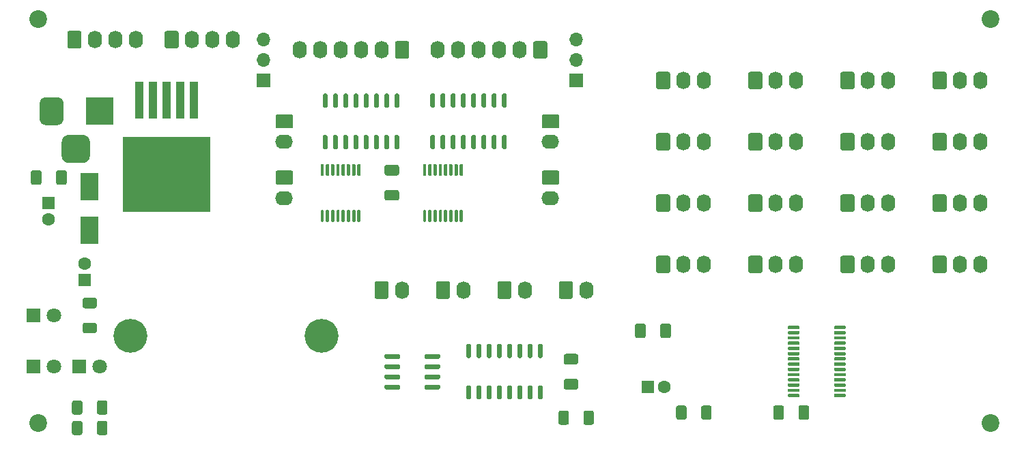
<source format=gbr>
%TF.GenerationSoftware,KiCad,Pcbnew,5.1.9+dfsg1-1*%
%TF.CreationDate,2021-10-02T14:14:08+02:00*%
%TF.ProjectId,accessory_board,61636365-7373-46f7-9279-5f626f617264,rev?*%
%TF.SameCoordinates,Original*%
%TF.FileFunction,Soldermask,Top*%
%TF.FilePolarity,Negative*%
%FSLAX46Y46*%
G04 Gerber Fmt 4.6, Leading zero omitted, Abs format (unit mm)*
G04 Created by KiCad (PCBNEW 5.1.9+dfsg1-1) date 2021-10-02 14:14:08*
%MOMM*%
%LPD*%
G01*
G04 APERTURE LIST*
%ADD10C,2.200000*%
%ADD11C,1.600000*%
%ADD12R,1.600000X1.600000*%
%ADD13C,1.800000*%
%ADD14R,1.800000X1.800000*%
%ADD15R,2.300000X3.500000*%
%ADD16R,3.500000X3.500000*%
%ADD17O,1.740000X2.190000*%
%ADD18O,2.190000X1.740000*%
%ADD19O,1.700000X1.700000*%
%ADD20R,1.700000X1.700000*%
%ADD21R,1.100000X4.600000*%
%ADD22R,10.800000X9.400000*%
%ADD23C,4.200000*%
G04 APERTURE END LIST*
D10*
%TO.C,REF\u002A\u002A*%
X156845000Y-14605000D03*
%TD*%
%TO.C,REF\u002A\u002A*%
X156845000Y-64770000D03*
%TD*%
%TO.C,REF\u002A\u002A*%
X274955000Y-64770000D03*
%TD*%
%TO.C,REF\u002A\u002A*%
X274955000Y-14605000D03*
%TD*%
%TO.C,C1*%
G36*
G01*
X200009999Y-32700000D02*
X201310001Y-32700000D01*
G75*
G02*
X201560000Y-32949999I0J-249999D01*
G01*
X201560000Y-33775001D01*
G75*
G02*
X201310001Y-34025000I-249999J0D01*
G01*
X200009999Y-34025000D01*
G75*
G02*
X199760000Y-33775001I0J249999D01*
G01*
X199760000Y-32949999D01*
G75*
G02*
X200009999Y-32700000I249999J0D01*
G01*
G37*
G36*
G01*
X200009999Y-35825000D02*
X201310001Y-35825000D01*
G75*
G02*
X201560000Y-36074999I0J-249999D01*
G01*
X201560000Y-36900001D01*
G75*
G02*
X201310001Y-37150000I-249999J0D01*
G01*
X200009999Y-37150000D01*
G75*
G02*
X199760000Y-36900001I0J249999D01*
G01*
X199760000Y-36074999D01*
G75*
G02*
X200009999Y-35825000I249999J0D01*
G01*
G37*
%TD*%
D11*
%TO.C,C2*%
X158115000Y-39465000D03*
D12*
X158115000Y-37465000D03*
%TD*%
%TO.C,C3*%
G36*
G01*
X159015000Y-34940001D02*
X159015000Y-33639999D01*
G75*
G02*
X159264999Y-33390000I249999J0D01*
G01*
X160090001Y-33390000D01*
G75*
G02*
X160340000Y-33639999I0J-249999D01*
G01*
X160340000Y-34940001D01*
G75*
G02*
X160090001Y-35190000I-249999J0D01*
G01*
X159264999Y-35190000D01*
G75*
G02*
X159015000Y-34940001I0J249999D01*
G01*
G37*
G36*
G01*
X155890000Y-34940001D02*
X155890000Y-33639999D01*
G75*
G02*
X156139999Y-33390000I249999J0D01*
G01*
X156965001Y-33390000D01*
G75*
G02*
X157215000Y-33639999I0J-249999D01*
G01*
X157215000Y-34940001D01*
G75*
G02*
X156965001Y-35190000I-249999J0D01*
G01*
X156139999Y-35190000D01*
G75*
G02*
X155890000Y-34940001I0J249999D01*
G01*
G37*
%TD*%
%TO.C,C4*%
X232410000Y-60325000D03*
D11*
X234410000Y-60325000D03*
%TD*%
%TO.C,C5*%
X162560000Y-44990000D03*
D12*
X162560000Y-46990000D03*
%TD*%
%TO.C,C6*%
G36*
G01*
X230820000Y-53990001D02*
X230820000Y-52689999D01*
G75*
G02*
X231069999Y-52440000I249999J0D01*
G01*
X231895001Y-52440000D01*
G75*
G02*
X232145000Y-52689999I0J-249999D01*
G01*
X232145000Y-53990001D01*
G75*
G02*
X231895001Y-54240000I-249999J0D01*
G01*
X231069999Y-54240000D01*
G75*
G02*
X230820000Y-53990001I0J249999D01*
G01*
G37*
G36*
G01*
X233945000Y-53990001D02*
X233945000Y-52689999D01*
G75*
G02*
X234194999Y-52440000I249999J0D01*
G01*
X235020001Y-52440000D01*
G75*
G02*
X235270000Y-52689999I0J-249999D01*
G01*
X235270000Y-53990001D01*
G75*
G02*
X235020001Y-54240000I-249999J0D01*
G01*
X234194999Y-54240000D01*
G75*
G02*
X233945000Y-53990001I0J249999D01*
G01*
G37*
%TD*%
%TO.C,C7*%
G36*
G01*
X252415000Y-62849999D02*
X252415000Y-64150001D01*
G75*
G02*
X252165001Y-64400000I-249999J0D01*
G01*
X251339999Y-64400000D01*
G75*
G02*
X251090000Y-64150001I0J249999D01*
G01*
X251090000Y-62849999D01*
G75*
G02*
X251339999Y-62600000I249999J0D01*
G01*
X252165001Y-62600000D01*
G75*
G02*
X252415000Y-62849999I0J-249999D01*
G01*
G37*
G36*
G01*
X249290000Y-62849999D02*
X249290000Y-64150001D01*
G75*
G02*
X249040001Y-64400000I-249999J0D01*
G01*
X248214999Y-64400000D01*
G75*
G02*
X247965000Y-64150001I0J249999D01*
G01*
X247965000Y-62849999D01*
G75*
G02*
X248214999Y-62600000I249999J0D01*
G01*
X249040001Y-62600000D01*
G75*
G02*
X249290000Y-62849999I0J-249999D01*
G01*
G37*
%TD*%
%TO.C,C8*%
G36*
G01*
X223535001Y-57520000D02*
X222234999Y-57520000D01*
G75*
G02*
X221985000Y-57270001I0J249999D01*
G01*
X221985000Y-56444999D01*
G75*
G02*
X222234999Y-56195000I249999J0D01*
G01*
X223535001Y-56195000D01*
G75*
G02*
X223785000Y-56444999I0J-249999D01*
G01*
X223785000Y-57270001D01*
G75*
G02*
X223535001Y-57520000I-249999J0D01*
G01*
G37*
G36*
G01*
X223535001Y-60645000D02*
X222234999Y-60645000D01*
G75*
G02*
X221985000Y-60395001I0J249999D01*
G01*
X221985000Y-59569999D01*
G75*
G02*
X222234999Y-59320000I249999J0D01*
G01*
X223535001Y-59320000D01*
G75*
G02*
X223785000Y-59569999I0J-249999D01*
G01*
X223785000Y-60395001D01*
G75*
G02*
X223535001Y-60645000I-249999J0D01*
G01*
G37*
%TD*%
D13*
%TO.C,D1*%
X158750000Y-57785000D03*
D14*
X156210000Y-57785000D03*
%TD*%
D15*
%TO.C,D2*%
X163195000Y-40800000D03*
X163195000Y-35400000D03*
%TD*%
D14*
%TO.C,D3*%
X156210000Y-51435000D03*
D13*
X158750000Y-51435000D03*
%TD*%
D16*
%TO.C,J1*%
X164465000Y-26035000D03*
G36*
G01*
X156965000Y-27035000D02*
X156965000Y-25035000D01*
G75*
G02*
X157715000Y-24285000I750000J0D01*
G01*
X159215000Y-24285000D01*
G75*
G02*
X159965000Y-25035000I0J-750000D01*
G01*
X159965000Y-27035000D01*
G75*
G02*
X159215000Y-27785000I-750000J0D01*
G01*
X157715000Y-27785000D01*
G75*
G02*
X156965000Y-27035000I0J750000D01*
G01*
G37*
G36*
G01*
X159715000Y-31610000D02*
X159715000Y-29860000D01*
G75*
G02*
X160590000Y-28985000I875000J0D01*
G01*
X162340000Y-28985000D01*
G75*
G02*
X163215000Y-29860000I0J-875000D01*
G01*
X163215000Y-31610000D01*
G75*
G02*
X162340000Y-32485000I-875000J0D01*
G01*
X160590000Y-32485000D01*
G75*
G02*
X159715000Y-31610000I0J875000D01*
G01*
G37*
%TD*%
D17*
%TO.C,J2*%
X168910000Y-17145000D03*
X166370000Y-17145000D03*
X163830000Y-17145000D03*
G36*
G01*
X160420000Y-17990001D02*
X160420000Y-16299999D01*
G75*
G02*
X160669999Y-16050000I249999J0D01*
G01*
X161910001Y-16050000D01*
G75*
G02*
X162160000Y-16299999I0J-249999D01*
G01*
X162160000Y-17990001D01*
G75*
G02*
X161910001Y-18240000I-249999J0D01*
G01*
X160669999Y-18240000D01*
G75*
G02*
X160420000Y-17990001I0J249999D01*
G01*
G37*
%TD*%
%TO.C,J3*%
G36*
G01*
X172485000Y-17990001D02*
X172485000Y-16299999D01*
G75*
G02*
X172734999Y-16050000I249999J0D01*
G01*
X173975001Y-16050000D01*
G75*
G02*
X174225000Y-16299999I0J-249999D01*
G01*
X174225000Y-17990001D01*
G75*
G02*
X173975001Y-18240000I-249999J0D01*
G01*
X172734999Y-18240000D01*
G75*
G02*
X172485000Y-17990001I0J249999D01*
G01*
G37*
X175895000Y-17145000D03*
X178435000Y-17145000D03*
X180975000Y-17145000D03*
%TD*%
%TO.C,J4*%
X206375000Y-18415000D03*
X208915000Y-18415000D03*
X211455000Y-18415000D03*
X213995000Y-18415000D03*
X216535000Y-18415000D03*
G36*
G01*
X219945000Y-17569999D02*
X219945000Y-19260001D01*
G75*
G02*
X219695001Y-19510000I-249999J0D01*
G01*
X218454999Y-19510000D01*
G75*
G02*
X218205000Y-19260001I0J249999D01*
G01*
X218205000Y-17569999D01*
G75*
G02*
X218454999Y-17320000I249999J0D01*
G01*
X219695001Y-17320000D01*
G75*
G02*
X219945000Y-17569999I0J-249999D01*
G01*
G37*
%TD*%
%TO.C,J5*%
G36*
G01*
X202800000Y-17569999D02*
X202800000Y-19260001D01*
G75*
G02*
X202550001Y-19510000I-249999J0D01*
G01*
X201309999Y-19510000D01*
G75*
G02*
X201060000Y-19260001I0J249999D01*
G01*
X201060000Y-17569999D01*
G75*
G02*
X201309999Y-17320000I249999J0D01*
G01*
X202550001Y-17320000D01*
G75*
G02*
X202800000Y-17569999I0J-249999D01*
G01*
G37*
X199390000Y-18415000D03*
X196850000Y-18415000D03*
X194310000Y-18415000D03*
X191770000Y-18415000D03*
X189230000Y-18415000D03*
%TD*%
%TO.C,J6*%
G36*
G01*
X219499999Y-26435000D02*
X221190001Y-26435000D01*
G75*
G02*
X221440000Y-26684999I0J-249999D01*
G01*
X221440000Y-27925001D01*
G75*
G02*
X221190001Y-28175000I-249999J0D01*
G01*
X219499999Y-28175000D01*
G75*
G02*
X219250000Y-27925001I0J249999D01*
G01*
X219250000Y-26684999D01*
G75*
G02*
X219499999Y-26435000I249999J0D01*
G01*
G37*
D18*
X220345000Y-29845000D03*
%TD*%
%TO.C,J7*%
X220345000Y-36830000D03*
G36*
G01*
X219499999Y-33420000D02*
X221190001Y-33420000D01*
G75*
G02*
X221440000Y-33669999I0J-249999D01*
G01*
X221440000Y-34910001D01*
G75*
G02*
X221190001Y-35160000I-249999J0D01*
G01*
X219499999Y-35160000D01*
G75*
G02*
X219250000Y-34910001I0J249999D01*
G01*
X219250000Y-33669999D01*
G75*
G02*
X219499999Y-33420000I249999J0D01*
G01*
G37*
%TD*%
%TO.C,J8*%
X187325000Y-36830000D03*
G36*
G01*
X186479999Y-33420000D02*
X188170001Y-33420000D01*
G75*
G02*
X188420000Y-33669999I0J-249999D01*
G01*
X188420000Y-34910001D01*
G75*
G02*
X188170001Y-35160000I-249999J0D01*
G01*
X186479999Y-35160000D01*
G75*
G02*
X186230000Y-34910001I0J249999D01*
G01*
X186230000Y-33669999D01*
G75*
G02*
X186479999Y-33420000I249999J0D01*
G01*
G37*
%TD*%
%TO.C,J9*%
G36*
G01*
X186479999Y-26435000D02*
X188170001Y-26435000D01*
G75*
G02*
X188420000Y-26684999I0J-249999D01*
G01*
X188420000Y-27925001D01*
G75*
G02*
X188170001Y-28175000I-249999J0D01*
G01*
X186479999Y-28175000D01*
G75*
G02*
X186230000Y-27925001I0J249999D01*
G01*
X186230000Y-26684999D01*
G75*
G02*
X186479999Y-26435000I249999J0D01*
G01*
G37*
X187325000Y-29845000D03*
%TD*%
%TO.C,J10*%
G36*
G01*
X233445000Y-23070001D02*
X233445000Y-21379999D01*
G75*
G02*
X233694999Y-21130000I249999J0D01*
G01*
X234935001Y-21130000D01*
G75*
G02*
X235185000Y-21379999I0J-249999D01*
G01*
X235185000Y-23070001D01*
G75*
G02*
X234935001Y-23320000I-249999J0D01*
G01*
X233694999Y-23320000D01*
G75*
G02*
X233445000Y-23070001I0J249999D01*
G01*
G37*
D17*
X236855000Y-22225000D03*
X239395000Y-22225000D03*
%TD*%
%TO.C,J11*%
X239395000Y-29845000D03*
X236855000Y-29845000D03*
G36*
G01*
X233445000Y-30690001D02*
X233445000Y-28999999D01*
G75*
G02*
X233694999Y-28750000I249999J0D01*
G01*
X234935001Y-28750000D01*
G75*
G02*
X235185000Y-28999999I0J-249999D01*
G01*
X235185000Y-30690001D01*
G75*
G02*
X234935001Y-30940000I-249999J0D01*
G01*
X233694999Y-30940000D01*
G75*
G02*
X233445000Y-30690001I0J249999D01*
G01*
G37*
%TD*%
%TO.C,J12*%
G36*
G01*
X233445000Y-38310001D02*
X233445000Y-36619999D01*
G75*
G02*
X233694999Y-36370000I249999J0D01*
G01*
X234935001Y-36370000D01*
G75*
G02*
X235185000Y-36619999I0J-249999D01*
G01*
X235185000Y-38310001D01*
G75*
G02*
X234935001Y-38560000I-249999J0D01*
G01*
X233694999Y-38560000D01*
G75*
G02*
X233445000Y-38310001I0J249999D01*
G01*
G37*
X236855000Y-37465000D03*
X239395000Y-37465000D03*
%TD*%
%TO.C,J13*%
G36*
G01*
X233445000Y-45930001D02*
X233445000Y-44239999D01*
G75*
G02*
X233694999Y-43990000I249999J0D01*
G01*
X234935001Y-43990000D01*
G75*
G02*
X235185000Y-44239999I0J-249999D01*
G01*
X235185000Y-45930001D01*
G75*
G02*
X234935001Y-46180000I-249999J0D01*
G01*
X233694999Y-46180000D01*
G75*
G02*
X233445000Y-45930001I0J249999D01*
G01*
G37*
X236855000Y-45085000D03*
X239395000Y-45085000D03*
%TD*%
%TO.C,J14*%
X250825000Y-22225000D03*
X248285000Y-22225000D03*
G36*
G01*
X244875000Y-23070001D02*
X244875000Y-21379999D01*
G75*
G02*
X245124999Y-21130000I249999J0D01*
G01*
X246365001Y-21130000D01*
G75*
G02*
X246615000Y-21379999I0J-249999D01*
G01*
X246615000Y-23070001D01*
G75*
G02*
X246365001Y-23320000I-249999J0D01*
G01*
X245124999Y-23320000D01*
G75*
G02*
X244875000Y-23070001I0J249999D01*
G01*
G37*
%TD*%
%TO.C,J15*%
G36*
G01*
X244875000Y-30690001D02*
X244875000Y-28999999D01*
G75*
G02*
X245124999Y-28750000I249999J0D01*
G01*
X246365001Y-28750000D01*
G75*
G02*
X246615000Y-28999999I0J-249999D01*
G01*
X246615000Y-30690001D01*
G75*
G02*
X246365001Y-30940000I-249999J0D01*
G01*
X245124999Y-30940000D01*
G75*
G02*
X244875000Y-30690001I0J249999D01*
G01*
G37*
X248285000Y-29845000D03*
X250825000Y-29845000D03*
%TD*%
%TO.C,J16*%
X250825000Y-37465000D03*
X248285000Y-37465000D03*
G36*
G01*
X244875000Y-38310001D02*
X244875000Y-36619999D01*
G75*
G02*
X245124999Y-36370000I249999J0D01*
G01*
X246365001Y-36370000D01*
G75*
G02*
X246615000Y-36619999I0J-249999D01*
G01*
X246615000Y-38310001D01*
G75*
G02*
X246365001Y-38560000I-249999J0D01*
G01*
X245124999Y-38560000D01*
G75*
G02*
X244875000Y-38310001I0J249999D01*
G01*
G37*
%TD*%
%TO.C,J17*%
X250825000Y-45085000D03*
X248285000Y-45085000D03*
G36*
G01*
X244875000Y-45930001D02*
X244875000Y-44239999D01*
G75*
G02*
X245124999Y-43990000I249999J0D01*
G01*
X246365001Y-43990000D01*
G75*
G02*
X246615000Y-44239999I0J-249999D01*
G01*
X246615000Y-45930001D01*
G75*
G02*
X246365001Y-46180000I-249999J0D01*
G01*
X245124999Y-46180000D01*
G75*
G02*
X244875000Y-45930001I0J249999D01*
G01*
G37*
%TD*%
%TO.C,J18*%
X262255000Y-37465000D03*
X259715000Y-37465000D03*
G36*
G01*
X256305000Y-38310001D02*
X256305000Y-36619999D01*
G75*
G02*
X256554999Y-36370000I249999J0D01*
G01*
X257795001Y-36370000D01*
G75*
G02*
X258045000Y-36619999I0J-249999D01*
G01*
X258045000Y-38310001D01*
G75*
G02*
X257795001Y-38560000I-249999J0D01*
G01*
X256554999Y-38560000D01*
G75*
G02*
X256305000Y-38310001I0J249999D01*
G01*
G37*
%TD*%
%TO.C,J19*%
G36*
G01*
X256305000Y-45930001D02*
X256305000Y-44239999D01*
G75*
G02*
X256554999Y-43990000I249999J0D01*
G01*
X257795001Y-43990000D01*
G75*
G02*
X258045000Y-44239999I0J-249999D01*
G01*
X258045000Y-45930001D01*
G75*
G02*
X257795001Y-46180000I-249999J0D01*
G01*
X256554999Y-46180000D01*
G75*
G02*
X256305000Y-45930001I0J249999D01*
G01*
G37*
X259715000Y-45085000D03*
X262255000Y-45085000D03*
%TD*%
%TO.C,J20*%
G36*
G01*
X256305000Y-23070001D02*
X256305000Y-21379999D01*
G75*
G02*
X256554999Y-21130000I249999J0D01*
G01*
X257795001Y-21130000D01*
G75*
G02*
X258045000Y-21379999I0J-249999D01*
G01*
X258045000Y-23070001D01*
G75*
G02*
X257795001Y-23320000I-249999J0D01*
G01*
X256554999Y-23320000D01*
G75*
G02*
X256305000Y-23070001I0J249999D01*
G01*
G37*
X259715000Y-22225000D03*
X262255000Y-22225000D03*
%TD*%
%TO.C,J21*%
G36*
G01*
X256305000Y-30690001D02*
X256305000Y-28999999D01*
G75*
G02*
X256554999Y-28750000I249999J0D01*
G01*
X257795001Y-28750000D01*
G75*
G02*
X258045000Y-28999999I0J-249999D01*
G01*
X258045000Y-30690001D01*
G75*
G02*
X257795001Y-30940000I-249999J0D01*
G01*
X256554999Y-30940000D01*
G75*
G02*
X256305000Y-30690001I0J249999D01*
G01*
G37*
X259715000Y-29845000D03*
X262255000Y-29845000D03*
%TD*%
%TO.C,J22*%
G36*
G01*
X198520000Y-49105001D02*
X198520000Y-47414999D01*
G75*
G02*
X198769999Y-47165000I249999J0D01*
G01*
X200010001Y-47165000D01*
G75*
G02*
X200260000Y-47414999I0J-249999D01*
G01*
X200260000Y-49105001D01*
G75*
G02*
X200010001Y-49355000I-249999J0D01*
G01*
X198769999Y-49355000D01*
G75*
G02*
X198520000Y-49105001I0J249999D01*
G01*
G37*
X201930000Y-48260000D03*
%TD*%
%TO.C,J23*%
G36*
G01*
X206140000Y-49105001D02*
X206140000Y-47414999D01*
G75*
G02*
X206389999Y-47165000I249999J0D01*
G01*
X207630001Y-47165000D01*
G75*
G02*
X207880000Y-47414999I0J-249999D01*
G01*
X207880000Y-49105001D01*
G75*
G02*
X207630001Y-49355000I-249999J0D01*
G01*
X206389999Y-49355000D01*
G75*
G02*
X206140000Y-49105001I0J249999D01*
G01*
G37*
X209550000Y-48260000D03*
%TD*%
%TO.C,J24*%
X217170000Y-48260000D03*
G36*
G01*
X213760000Y-49105001D02*
X213760000Y-47414999D01*
G75*
G02*
X214009999Y-47165000I249999J0D01*
G01*
X215250001Y-47165000D01*
G75*
G02*
X215500000Y-47414999I0J-249999D01*
G01*
X215500000Y-49105001D01*
G75*
G02*
X215250001Y-49355000I-249999J0D01*
G01*
X214009999Y-49355000D01*
G75*
G02*
X213760000Y-49105001I0J249999D01*
G01*
G37*
%TD*%
%TO.C,J25*%
X224790000Y-48260000D03*
G36*
G01*
X221380000Y-49105001D02*
X221380000Y-47414999D01*
G75*
G02*
X221629999Y-47165000I249999J0D01*
G01*
X222870001Y-47165000D01*
G75*
G02*
X223120000Y-47414999I0J-249999D01*
G01*
X223120000Y-49105001D01*
G75*
G02*
X222870001Y-49355000I-249999J0D01*
G01*
X221629999Y-49355000D01*
G75*
G02*
X221380000Y-49105001I0J249999D01*
G01*
G37*
%TD*%
%TO.C,J26*%
X273685000Y-37465000D03*
X271145000Y-37465000D03*
G36*
G01*
X267735000Y-38310001D02*
X267735000Y-36619999D01*
G75*
G02*
X267984999Y-36370000I249999J0D01*
G01*
X269225001Y-36370000D01*
G75*
G02*
X269475000Y-36619999I0J-249999D01*
G01*
X269475000Y-38310001D01*
G75*
G02*
X269225001Y-38560000I-249999J0D01*
G01*
X267984999Y-38560000D01*
G75*
G02*
X267735000Y-38310001I0J249999D01*
G01*
G37*
%TD*%
%TO.C,J27*%
X273685000Y-45085000D03*
X271145000Y-45085000D03*
G36*
G01*
X267735000Y-45930001D02*
X267735000Y-44239999D01*
G75*
G02*
X267984999Y-43990000I249999J0D01*
G01*
X269225001Y-43990000D01*
G75*
G02*
X269475000Y-44239999I0J-249999D01*
G01*
X269475000Y-45930001D01*
G75*
G02*
X269225001Y-46180000I-249999J0D01*
G01*
X267984999Y-46180000D01*
G75*
G02*
X267735000Y-45930001I0J249999D01*
G01*
G37*
%TD*%
%TO.C,J28*%
X273685000Y-22225000D03*
X271145000Y-22225000D03*
G36*
G01*
X267735000Y-23070001D02*
X267735000Y-21379999D01*
G75*
G02*
X267984999Y-21130000I249999J0D01*
G01*
X269225001Y-21130000D01*
G75*
G02*
X269475000Y-21379999I0J-249999D01*
G01*
X269475000Y-23070001D01*
G75*
G02*
X269225001Y-23320000I-249999J0D01*
G01*
X267984999Y-23320000D01*
G75*
G02*
X267735000Y-23070001I0J249999D01*
G01*
G37*
%TD*%
%TO.C,J29*%
G36*
G01*
X267735000Y-30690001D02*
X267735000Y-28999999D01*
G75*
G02*
X267984999Y-28750000I249999J0D01*
G01*
X269225001Y-28750000D01*
G75*
G02*
X269475000Y-28999999I0J-249999D01*
G01*
X269475000Y-30690001D01*
G75*
G02*
X269225001Y-30940000I-249999J0D01*
G01*
X267984999Y-30940000D01*
G75*
G02*
X267735000Y-30690001I0J249999D01*
G01*
G37*
X271145000Y-29845000D03*
X273685000Y-29845000D03*
%TD*%
D19*
%TO.C,JP1*%
X223520000Y-17145000D03*
X223520000Y-19685000D03*
D20*
X223520000Y-22225000D03*
%TD*%
%TO.C,JP2*%
X184785000Y-22225000D03*
D19*
X184785000Y-19685000D03*
X184785000Y-17145000D03*
%TD*%
%TO.C,R1*%
G36*
G01*
X165395000Y-62240000D02*
X165395000Y-63490000D01*
G75*
G02*
X165145000Y-63740000I-250000J0D01*
G01*
X164345000Y-63740000D01*
G75*
G02*
X164095000Y-63490000I0J250000D01*
G01*
X164095000Y-62240000D01*
G75*
G02*
X164345000Y-61990000I250000J0D01*
G01*
X165145000Y-61990000D01*
G75*
G02*
X165395000Y-62240000I0J-250000D01*
G01*
G37*
G36*
G01*
X162295000Y-62240000D02*
X162295000Y-63490000D01*
G75*
G02*
X162045000Y-63740000I-250000J0D01*
G01*
X161245000Y-63740000D01*
G75*
G02*
X160995000Y-63490000I0J250000D01*
G01*
X160995000Y-62240000D01*
G75*
G02*
X161245000Y-61990000I250000J0D01*
G01*
X162045000Y-61990000D01*
G75*
G02*
X162295000Y-62240000I0J-250000D01*
G01*
G37*
%TD*%
%TO.C,R2*%
G36*
G01*
X162570000Y-52335000D02*
X163820000Y-52335000D01*
G75*
G02*
X164070000Y-52585000I0J-250000D01*
G01*
X164070000Y-53385000D01*
G75*
G02*
X163820000Y-53635000I-250000J0D01*
G01*
X162570000Y-53635000D01*
G75*
G02*
X162320000Y-53385000I0J250000D01*
G01*
X162320000Y-52585000D01*
G75*
G02*
X162570000Y-52335000I250000J0D01*
G01*
G37*
G36*
G01*
X162570000Y-49235000D02*
X163820000Y-49235000D01*
G75*
G02*
X164070000Y-49485000I0J-250000D01*
G01*
X164070000Y-50285000D01*
G75*
G02*
X163820000Y-50535000I-250000J0D01*
G01*
X162570000Y-50535000D01*
G75*
G02*
X162320000Y-50285000I0J250000D01*
G01*
X162320000Y-49485000D01*
G75*
G02*
X162570000Y-49235000I250000J0D01*
G01*
G37*
%TD*%
%TO.C,U1*%
G36*
G01*
X204835000Y-34070000D02*
X204635000Y-34070000D01*
G75*
G02*
X204535000Y-33970000I0J100000D01*
G01*
X204535000Y-32695000D01*
G75*
G02*
X204635000Y-32595000I100000J0D01*
G01*
X204835000Y-32595000D01*
G75*
G02*
X204935000Y-32695000I0J-100000D01*
G01*
X204935000Y-33970000D01*
G75*
G02*
X204835000Y-34070000I-100000J0D01*
G01*
G37*
G36*
G01*
X205485000Y-34070000D02*
X205285000Y-34070000D01*
G75*
G02*
X205185000Y-33970000I0J100000D01*
G01*
X205185000Y-32695000D01*
G75*
G02*
X205285000Y-32595000I100000J0D01*
G01*
X205485000Y-32595000D01*
G75*
G02*
X205585000Y-32695000I0J-100000D01*
G01*
X205585000Y-33970000D01*
G75*
G02*
X205485000Y-34070000I-100000J0D01*
G01*
G37*
G36*
G01*
X206135000Y-34070000D02*
X205935000Y-34070000D01*
G75*
G02*
X205835000Y-33970000I0J100000D01*
G01*
X205835000Y-32695000D01*
G75*
G02*
X205935000Y-32595000I100000J0D01*
G01*
X206135000Y-32595000D01*
G75*
G02*
X206235000Y-32695000I0J-100000D01*
G01*
X206235000Y-33970000D01*
G75*
G02*
X206135000Y-34070000I-100000J0D01*
G01*
G37*
G36*
G01*
X206785000Y-34070000D02*
X206585000Y-34070000D01*
G75*
G02*
X206485000Y-33970000I0J100000D01*
G01*
X206485000Y-32695000D01*
G75*
G02*
X206585000Y-32595000I100000J0D01*
G01*
X206785000Y-32595000D01*
G75*
G02*
X206885000Y-32695000I0J-100000D01*
G01*
X206885000Y-33970000D01*
G75*
G02*
X206785000Y-34070000I-100000J0D01*
G01*
G37*
G36*
G01*
X207435000Y-34070000D02*
X207235000Y-34070000D01*
G75*
G02*
X207135000Y-33970000I0J100000D01*
G01*
X207135000Y-32695000D01*
G75*
G02*
X207235000Y-32595000I100000J0D01*
G01*
X207435000Y-32595000D01*
G75*
G02*
X207535000Y-32695000I0J-100000D01*
G01*
X207535000Y-33970000D01*
G75*
G02*
X207435000Y-34070000I-100000J0D01*
G01*
G37*
G36*
G01*
X208085000Y-34070000D02*
X207885000Y-34070000D01*
G75*
G02*
X207785000Y-33970000I0J100000D01*
G01*
X207785000Y-32695000D01*
G75*
G02*
X207885000Y-32595000I100000J0D01*
G01*
X208085000Y-32595000D01*
G75*
G02*
X208185000Y-32695000I0J-100000D01*
G01*
X208185000Y-33970000D01*
G75*
G02*
X208085000Y-34070000I-100000J0D01*
G01*
G37*
G36*
G01*
X208735000Y-34070000D02*
X208535000Y-34070000D01*
G75*
G02*
X208435000Y-33970000I0J100000D01*
G01*
X208435000Y-32695000D01*
G75*
G02*
X208535000Y-32595000I100000J0D01*
G01*
X208735000Y-32595000D01*
G75*
G02*
X208835000Y-32695000I0J-100000D01*
G01*
X208835000Y-33970000D01*
G75*
G02*
X208735000Y-34070000I-100000J0D01*
G01*
G37*
G36*
G01*
X209385000Y-34070000D02*
X209185000Y-34070000D01*
G75*
G02*
X209085000Y-33970000I0J100000D01*
G01*
X209085000Y-32695000D01*
G75*
G02*
X209185000Y-32595000I100000J0D01*
G01*
X209385000Y-32595000D01*
G75*
G02*
X209485000Y-32695000I0J-100000D01*
G01*
X209485000Y-33970000D01*
G75*
G02*
X209385000Y-34070000I-100000J0D01*
G01*
G37*
G36*
G01*
X209385000Y-39795000D02*
X209185000Y-39795000D01*
G75*
G02*
X209085000Y-39695000I0J100000D01*
G01*
X209085000Y-38420000D01*
G75*
G02*
X209185000Y-38320000I100000J0D01*
G01*
X209385000Y-38320000D01*
G75*
G02*
X209485000Y-38420000I0J-100000D01*
G01*
X209485000Y-39695000D01*
G75*
G02*
X209385000Y-39795000I-100000J0D01*
G01*
G37*
G36*
G01*
X208735000Y-39795000D02*
X208535000Y-39795000D01*
G75*
G02*
X208435000Y-39695000I0J100000D01*
G01*
X208435000Y-38420000D01*
G75*
G02*
X208535000Y-38320000I100000J0D01*
G01*
X208735000Y-38320000D01*
G75*
G02*
X208835000Y-38420000I0J-100000D01*
G01*
X208835000Y-39695000D01*
G75*
G02*
X208735000Y-39795000I-100000J0D01*
G01*
G37*
G36*
G01*
X208085000Y-39795000D02*
X207885000Y-39795000D01*
G75*
G02*
X207785000Y-39695000I0J100000D01*
G01*
X207785000Y-38420000D01*
G75*
G02*
X207885000Y-38320000I100000J0D01*
G01*
X208085000Y-38320000D01*
G75*
G02*
X208185000Y-38420000I0J-100000D01*
G01*
X208185000Y-39695000D01*
G75*
G02*
X208085000Y-39795000I-100000J0D01*
G01*
G37*
G36*
G01*
X207435000Y-39795000D02*
X207235000Y-39795000D01*
G75*
G02*
X207135000Y-39695000I0J100000D01*
G01*
X207135000Y-38420000D01*
G75*
G02*
X207235000Y-38320000I100000J0D01*
G01*
X207435000Y-38320000D01*
G75*
G02*
X207535000Y-38420000I0J-100000D01*
G01*
X207535000Y-39695000D01*
G75*
G02*
X207435000Y-39795000I-100000J0D01*
G01*
G37*
G36*
G01*
X206785000Y-39795000D02*
X206585000Y-39795000D01*
G75*
G02*
X206485000Y-39695000I0J100000D01*
G01*
X206485000Y-38420000D01*
G75*
G02*
X206585000Y-38320000I100000J0D01*
G01*
X206785000Y-38320000D01*
G75*
G02*
X206885000Y-38420000I0J-100000D01*
G01*
X206885000Y-39695000D01*
G75*
G02*
X206785000Y-39795000I-100000J0D01*
G01*
G37*
G36*
G01*
X206135000Y-39795000D02*
X205935000Y-39795000D01*
G75*
G02*
X205835000Y-39695000I0J100000D01*
G01*
X205835000Y-38420000D01*
G75*
G02*
X205935000Y-38320000I100000J0D01*
G01*
X206135000Y-38320000D01*
G75*
G02*
X206235000Y-38420000I0J-100000D01*
G01*
X206235000Y-39695000D01*
G75*
G02*
X206135000Y-39795000I-100000J0D01*
G01*
G37*
G36*
G01*
X205485000Y-39795000D02*
X205285000Y-39795000D01*
G75*
G02*
X205185000Y-39695000I0J100000D01*
G01*
X205185000Y-38420000D01*
G75*
G02*
X205285000Y-38320000I100000J0D01*
G01*
X205485000Y-38320000D01*
G75*
G02*
X205585000Y-38420000I0J-100000D01*
G01*
X205585000Y-39695000D01*
G75*
G02*
X205485000Y-39795000I-100000J0D01*
G01*
G37*
G36*
G01*
X204835000Y-39795000D02*
X204635000Y-39795000D01*
G75*
G02*
X204535000Y-39695000I0J100000D01*
G01*
X204535000Y-38420000D01*
G75*
G02*
X204635000Y-38320000I100000J0D01*
G01*
X204835000Y-38320000D01*
G75*
G02*
X204935000Y-38420000I0J-100000D01*
G01*
X204935000Y-39695000D01*
G75*
G02*
X204835000Y-39795000I-100000J0D01*
G01*
G37*
%TD*%
%TO.C,U2*%
G36*
G01*
X192135000Y-39795000D02*
X191935000Y-39795000D01*
G75*
G02*
X191835000Y-39695000I0J100000D01*
G01*
X191835000Y-38420000D01*
G75*
G02*
X191935000Y-38320000I100000J0D01*
G01*
X192135000Y-38320000D01*
G75*
G02*
X192235000Y-38420000I0J-100000D01*
G01*
X192235000Y-39695000D01*
G75*
G02*
X192135000Y-39795000I-100000J0D01*
G01*
G37*
G36*
G01*
X192785000Y-39795000D02*
X192585000Y-39795000D01*
G75*
G02*
X192485000Y-39695000I0J100000D01*
G01*
X192485000Y-38420000D01*
G75*
G02*
X192585000Y-38320000I100000J0D01*
G01*
X192785000Y-38320000D01*
G75*
G02*
X192885000Y-38420000I0J-100000D01*
G01*
X192885000Y-39695000D01*
G75*
G02*
X192785000Y-39795000I-100000J0D01*
G01*
G37*
G36*
G01*
X193435000Y-39795000D02*
X193235000Y-39795000D01*
G75*
G02*
X193135000Y-39695000I0J100000D01*
G01*
X193135000Y-38420000D01*
G75*
G02*
X193235000Y-38320000I100000J0D01*
G01*
X193435000Y-38320000D01*
G75*
G02*
X193535000Y-38420000I0J-100000D01*
G01*
X193535000Y-39695000D01*
G75*
G02*
X193435000Y-39795000I-100000J0D01*
G01*
G37*
G36*
G01*
X194085000Y-39795000D02*
X193885000Y-39795000D01*
G75*
G02*
X193785000Y-39695000I0J100000D01*
G01*
X193785000Y-38420000D01*
G75*
G02*
X193885000Y-38320000I100000J0D01*
G01*
X194085000Y-38320000D01*
G75*
G02*
X194185000Y-38420000I0J-100000D01*
G01*
X194185000Y-39695000D01*
G75*
G02*
X194085000Y-39795000I-100000J0D01*
G01*
G37*
G36*
G01*
X194735000Y-39795000D02*
X194535000Y-39795000D01*
G75*
G02*
X194435000Y-39695000I0J100000D01*
G01*
X194435000Y-38420000D01*
G75*
G02*
X194535000Y-38320000I100000J0D01*
G01*
X194735000Y-38320000D01*
G75*
G02*
X194835000Y-38420000I0J-100000D01*
G01*
X194835000Y-39695000D01*
G75*
G02*
X194735000Y-39795000I-100000J0D01*
G01*
G37*
G36*
G01*
X195385000Y-39795000D02*
X195185000Y-39795000D01*
G75*
G02*
X195085000Y-39695000I0J100000D01*
G01*
X195085000Y-38420000D01*
G75*
G02*
X195185000Y-38320000I100000J0D01*
G01*
X195385000Y-38320000D01*
G75*
G02*
X195485000Y-38420000I0J-100000D01*
G01*
X195485000Y-39695000D01*
G75*
G02*
X195385000Y-39795000I-100000J0D01*
G01*
G37*
G36*
G01*
X196035000Y-39795000D02*
X195835000Y-39795000D01*
G75*
G02*
X195735000Y-39695000I0J100000D01*
G01*
X195735000Y-38420000D01*
G75*
G02*
X195835000Y-38320000I100000J0D01*
G01*
X196035000Y-38320000D01*
G75*
G02*
X196135000Y-38420000I0J-100000D01*
G01*
X196135000Y-39695000D01*
G75*
G02*
X196035000Y-39795000I-100000J0D01*
G01*
G37*
G36*
G01*
X196685000Y-39795000D02*
X196485000Y-39795000D01*
G75*
G02*
X196385000Y-39695000I0J100000D01*
G01*
X196385000Y-38420000D01*
G75*
G02*
X196485000Y-38320000I100000J0D01*
G01*
X196685000Y-38320000D01*
G75*
G02*
X196785000Y-38420000I0J-100000D01*
G01*
X196785000Y-39695000D01*
G75*
G02*
X196685000Y-39795000I-100000J0D01*
G01*
G37*
G36*
G01*
X196685000Y-34070000D02*
X196485000Y-34070000D01*
G75*
G02*
X196385000Y-33970000I0J100000D01*
G01*
X196385000Y-32695000D01*
G75*
G02*
X196485000Y-32595000I100000J0D01*
G01*
X196685000Y-32595000D01*
G75*
G02*
X196785000Y-32695000I0J-100000D01*
G01*
X196785000Y-33970000D01*
G75*
G02*
X196685000Y-34070000I-100000J0D01*
G01*
G37*
G36*
G01*
X196035000Y-34070000D02*
X195835000Y-34070000D01*
G75*
G02*
X195735000Y-33970000I0J100000D01*
G01*
X195735000Y-32695000D01*
G75*
G02*
X195835000Y-32595000I100000J0D01*
G01*
X196035000Y-32595000D01*
G75*
G02*
X196135000Y-32695000I0J-100000D01*
G01*
X196135000Y-33970000D01*
G75*
G02*
X196035000Y-34070000I-100000J0D01*
G01*
G37*
G36*
G01*
X195385000Y-34070000D02*
X195185000Y-34070000D01*
G75*
G02*
X195085000Y-33970000I0J100000D01*
G01*
X195085000Y-32695000D01*
G75*
G02*
X195185000Y-32595000I100000J0D01*
G01*
X195385000Y-32595000D01*
G75*
G02*
X195485000Y-32695000I0J-100000D01*
G01*
X195485000Y-33970000D01*
G75*
G02*
X195385000Y-34070000I-100000J0D01*
G01*
G37*
G36*
G01*
X194735000Y-34070000D02*
X194535000Y-34070000D01*
G75*
G02*
X194435000Y-33970000I0J100000D01*
G01*
X194435000Y-32695000D01*
G75*
G02*
X194535000Y-32595000I100000J0D01*
G01*
X194735000Y-32595000D01*
G75*
G02*
X194835000Y-32695000I0J-100000D01*
G01*
X194835000Y-33970000D01*
G75*
G02*
X194735000Y-34070000I-100000J0D01*
G01*
G37*
G36*
G01*
X194085000Y-34070000D02*
X193885000Y-34070000D01*
G75*
G02*
X193785000Y-33970000I0J100000D01*
G01*
X193785000Y-32695000D01*
G75*
G02*
X193885000Y-32595000I100000J0D01*
G01*
X194085000Y-32595000D01*
G75*
G02*
X194185000Y-32695000I0J-100000D01*
G01*
X194185000Y-33970000D01*
G75*
G02*
X194085000Y-34070000I-100000J0D01*
G01*
G37*
G36*
G01*
X193435000Y-34070000D02*
X193235000Y-34070000D01*
G75*
G02*
X193135000Y-33970000I0J100000D01*
G01*
X193135000Y-32695000D01*
G75*
G02*
X193235000Y-32595000I100000J0D01*
G01*
X193435000Y-32595000D01*
G75*
G02*
X193535000Y-32695000I0J-100000D01*
G01*
X193535000Y-33970000D01*
G75*
G02*
X193435000Y-34070000I-100000J0D01*
G01*
G37*
G36*
G01*
X192785000Y-34070000D02*
X192585000Y-34070000D01*
G75*
G02*
X192485000Y-33970000I0J100000D01*
G01*
X192485000Y-32695000D01*
G75*
G02*
X192585000Y-32595000I100000J0D01*
G01*
X192785000Y-32595000D01*
G75*
G02*
X192885000Y-32695000I0J-100000D01*
G01*
X192885000Y-33970000D01*
G75*
G02*
X192785000Y-34070000I-100000J0D01*
G01*
G37*
G36*
G01*
X192135000Y-34070000D02*
X191935000Y-34070000D01*
G75*
G02*
X191835000Y-33970000I0J100000D01*
G01*
X191835000Y-32695000D01*
G75*
G02*
X191935000Y-32595000I100000J0D01*
G01*
X192135000Y-32595000D01*
G75*
G02*
X192235000Y-32695000I0J-100000D01*
G01*
X192235000Y-33970000D01*
G75*
G02*
X192135000Y-34070000I-100000J0D01*
G01*
G37*
%TD*%
D21*
%TO.C,U3*%
X176120000Y-24705000D03*
X174420000Y-24705000D03*
X172720000Y-24705000D03*
X171020000Y-24705000D03*
X169320000Y-24705000D03*
D22*
X172720000Y-33855000D03*
%TD*%
%TO.C,U4*%
G36*
G01*
X205890000Y-30755000D02*
X205590000Y-30755000D01*
G75*
G02*
X205440000Y-30605000I0J150000D01*
G01*
X205440000Y-29155000D01*
G75*
G02*
X205590000Y-29005000I150000J0D01*
G01*
X205890000Y-29005000D01*
G75*
G02*
X206040000Y-29155000I0J-150000D01*
G01*
X206040000Y-30605000D01*
G75*
G02*
X205890000Y-30755000I-150000J0D01*
G01*
G37*
G36*
G01*
X207160000Y-30755000D02*
X206860000Y-30755000D01*
G75*
G02*
X206710000Y-30605000I0J150000D01*
G01*
X206710000Y-29155000D01*
G75*
G02*
X206860000Y-29005000I150000J0D01*
G01*
X207160000Y-29005000D01*
G75*
G02*
X207310000Y-29155000I0J-150000D01*
G01*
X207310000Y-30605000D01*
G75*
G02*
X207160000Y-30755000I-150000J0D01*
G01*
G37*
G36*
G01*
X208430000Y-30755000D02*
X208130000Y-30755000D01*
G75*
G02*
X207980000Y-30605000I0J150000D01*
G01*
X207980000Y-29155000D01*
G75*
G02*
X208130000Y-29005000I150000J0D01*
G01*
X208430000Y-29005000D01*
G75*
G02*
X208580000Y-29155000I0J-150000D01*
G01*
X208580000Y-30605000D01*
G75*
G02*
X208430000Y-30755000I-150000J0D01*
G01*
G37*
G36*
G01*
X209700000Y-30755000D02*
X209400000Y-30755000D01*
G75*
G02*
X209250000Y-30605000I0J150000D01*
G01*
X209250000Y-29155000D01*
G75*
G02*
X209400000Y-29005000I150000J0D01*
G01*
X209700000Y-29005000D01*
G75*
G02*
X209850000Y-29155000I0J-150000D01*
G01*
X209850000Y-30605000D01*
G75*
G02*
X209700000Y-30755000I-150000J0D01*
G01*
G37*
G36*
G01*
X210970000Y-30755000D02*
X210670000Y-30755000D01*
G75*
G02*
X210520000Y-30605000I0J150000D01*
G01*
X210520000Y-29155000D01*
G75*
G02*
X210670000Y-29005000I150000J0D01*
G01*
X210970000Y-29005000D01*
G75*
G02*
X211120000Y-29155000I0J-150000D01*
G01*
X211120000Y-30605000D01*
G75*
G02*
X210970000Y-30755000I-150000J0D01*
G01*
G37*
G36*
G01*
X212240000Y-30755000D02*
X211940000Y-30755000D01*
G75*
G02*
X211790000Y-30605000I0J150000D01*
G01*
X211790000Y-29155000D01*
G75*
G02*
X211940000Y-29005000I150000J0D01*
G01*
X212240000Y-29005000D01*
G75*
G02*
X212390000Y-29155000I0J-150000D01*
G01*
X212390000Y-30605000D01*
G75*
G02*
X212240000Y-30755000I-150000J0D01*
G01*
G37*
G36*
G01*
X213510000Y-30755000D02*
X213210000Y-30755000D01*
G75*
G02*
X213060000Y-30605000I0J150000D01*
G01*
X213060000Y-29155000D01*
G75*
G02*
X213210000Y-29005000I150000J0D01*
G01*
X213510000Y-29005000D01*
G75*
G02*
X213660000Y-29155000I0J-150000D01*
G01*
X213660000Y-30605000D01*
G75*
G02*
X213510000Y-30755000I-150000J0D01*
G01*
G37*
G36*
G01*
X214780000Y-30755000D02*
X214480000Y-30755000D01*
G75*
G02*
X214330000Y-30605000I0J150000D01*
G01*
X214330000Y-29155000D01*
G75*
G02*
X214480000Y-29005000I150000J0D01*
G01*
X214780000Y-29005000D01*
G75*
G02*
X214930000Y-29155000I0J-150000D01*
G01*
X214930000Y-30605000D01*
G75*
G02*
X214780000Y-30755000I-150000J0D01*
G01*
G37*
G36*
G01*
X214780000Y-25605000D02*
X214480000Y-25605000D01*
G75*
G02*
X214330000Y-25455000I0J150000D01*
G01*
X214330000Y-24005000D01*
G75*
G02*
X214480000Y-23855000I150000J0D01*
G01*
X214780000Y-23855000D01*
G75*
G02*
X214930000Y-24005000I0J-150000D01*
G01*
X214930000Y-25455000D01*
G75*
G02*
X214780000Y-25605000I-150000J0D01*
G01*
G37*
G36*
G01*
X213510000Y-25605000D02*
X213210000Y-25605000D01*
G75*
G02*
X213060000Y-25455000I0J150000D01*
G01*
X213060000Y-24005000D01*
G75*
G02*
X213210000Y-23855000I150000J0D01*
G01*
X213510000Y-23855000D01*
G75*
G02*
X213660000Y-24005000I0J-150000D01*
G01*
X213660000Y-25455000D01*
G75*
G02*
X213510000Y-25605000I-150000J0D01*
G01*
G37*
G36*
G01*
X212240000Y-25605000D02*
X211940000Y-25605000D01*
G75*
G02*
X211790000Y-25455000I0J150000D01*
G01*
X211790000Y-24005000D01*
G75*
G02*
X211940000Y-23855000I150000J0D01*
G01*
X212240000Y-23855000D01*
G75*
G02*
X212390000Y-24005000I0J-150000D01*
G01*
X212390000Y-25455000D01*
G75*
G02*
X212240000Y-25605000I-150000J0D01*
G01*
G37*
G36*
G01*
X210970000Y-25605000D02*
X210670000Y-25605000D01*
G75*
G02*
X210520000Y-25455000I0J150000D01*
G01*
X210520000Y-24005000D01*
G75*
G02*
X210670000Y-23855000I150000J0D01*
G01*
X210970000Y-23855000D01*
G75*
G02*
X211120000Y-24005000I0J-150000D01*
G01*
X211120000Y-25455000D01*
G75*
G02*
X210970000Y-25605000I-150000J0D01*
G01*
G37*
G36*
G01*
X209700000Y-25605000D02*
X209400000Y-25605000D01*
G75*
G02*
X209250000Y-25455000I0J150000D01*
G01*
X209250000Y-24005000D01*
G75*
G02*
X209400000Y-23855000I150000J0D01*
G01*
X209700000Y-23855000D01*
G75*
G02*
X209850000Y-24005000I0J-150000D01*
G01*
X209850000Y-25455000D01*
G75*
G02*
X209700000Y-25605000I-150000J0D01*
G01*
G37*
G36*
G01*
X208430000Y-25605000D02*
X208130000Y-25605000D01*
G75*
G02*
X207980000Y-25455000I0J150000D01*
G01*
X207980000Y-24005000D01*
G75*
G02*
X208130000Y-23855000I150000J0D01*
G01*
X208430000Y-23855000D01*
G75*
G02*
X208580000Y-24005000I0J-150000D01*
G01*
X208580000Y-25455000D01*
G75*
G02*
X208430000Y-25605000I-150000J0D01*
G01*
G37*
G36*
G01*
X207160000Y-25605000D02*
X206860000Y-25605000D01*
G75*
G02*
X206710000Y-25455000I0J150000D01*
G01*
X206710000Y-24005000D01*
G75*
G02*
X206860000Y-23855000I150000J0D01*
G01*
X207160000Y-23855000D01*
G75*
G02*
X207310000Y-24005000I0J-150000D01*
G01*
X207310000Y-25455000D01*
G75*
G02*
X207160000Y-25605000I-150000J0D01*
G01*
G37*
G36*
G01*
X205890000Y-25605000D02*
X205590000Y-25605000D01*
G75*
G02*
X205440000Y-25455000I0J150000D01*
G01*
X205440000Y-24005000D01*
G75*
G02*
X205590000Y-23855000I150000J0D01*
G01*
X205890000Y-23855000D01*
G75*
G02*
X206040000Y-24005000I0J-150000D01*
G01*
X206040000Y-25455000D01*
G75*
G02*
X205890000Y-25605000I-150000J0D01*
G01*
G37*
%TD*%
%TO.C,U5*%
G36*
G01*
X192555000Y-30755000D02*
X192255000Y-30755000D01*
G75*
G02*
X192105000Y-30605000I0J150000D01*
G01*
X192105000Y-29155000D01*
G75*
G02*
X192255000Y-29005000I150000J0D01*
G01*
X192555000Y-29005000D01*
G75*
G02*
X192705000Y-29155000I0J-150000D01*
G01*
X192705000Y-30605000D01*
G75*
G02*
X192555000Y-30755000I-150000J0D01*
G01*
G37*
G36*
G01*
X193825000Y-30755000D02*
X193525000Y-30755000D01*
G75*
G02*
X193375000Y-30605000I0J150000D01*
G01*
X193375000Y-29155000D01*
G75*
G02*
X193525000Y-29005000I150000J0D01*
G01*
X193825000Y-29005000D01*
G75*
G02*
X193975000Y-29155000I0J-150000D01*
G01*
X193975000Y-30605000D01*
G75*
G02*
X193825000Y-30755000I-150000J0D01*
G01*
G37*
G36*
G01*
X195095000Y-30755000D02*
X194795000Y-30755000D01*
G75*
G02*
X194645000Y-30605000I0J150000D01*
G01*
X194645000Y-29155000D01*
G75*
G02*
X194795000Y-29005000I150000J0D01*
G01*
X195095000Y-29005000D01*
G75*
G02*
X195245000Y-29155000I0J-150000D01*
G01*
X195245000Y-30605000D01*
G75*
G02*
X195095000Y-30755000I-150000J0D01*
G01*
G37*
G36*
G01*
X196365000Y-30755000D02*
X196065000Y-30755000D01*
G75*
G02*
X195915000Y-30605000I0J150000D01*
G01*
X195915000Y-29155000D01*
G75*
G02*
X196065000Y-29005000I150000J0D01*
G01*
X196365000Y-29005000D01*
G75*
G02*
X196515000Y-29155000I0J-150000D01*
G01*
X196515000Y-30605000D01*
G75*
G02*
X196365000Y-30755000I-150000J0D01*
G01*
G37*
G36*
G01*
X197635000Y-30755000D02*
X197335000Y-30755000D01*
G75*
G02*
X197185000Y-30605000I0J150000D01*
G01*
X197185000Y-29155000D01*
G75*
G02*
X197335000Y-29005000I150000J0D01*
G01*
X197635000Y-29005000D01*
G75*
G02*
X197785000Y-29155000I0J-150000D01*
G01*
X197785000Y-30605000D01*
G75*
G02*
X197635000Y-30755000I-150000J0D01*
G01*
G37*
G36*
G01*
X198905000Y-30755000D02*
X198605000Y-30755000D01*
G75*
G02*
X198455000Y-30605000I0J150000D01*
G01*
X198455000Y-29155000D01*
G75*
G02*
X198605000Y-29005000I150000J0D01*
G01*
X198905000Y-29005000D01*
G75*
G02*
X199055000Y-29155000I0J-150000D01*
G01*
X199055000Y-30605000D01*
G75*
G02*
X198905000Y-30755000I-150000J0D01*
G01*
G37*
G36*
G01*
X200175000Y-30755000D02*
X199875000Y-30755000D01*
G75*
G02*
X199725000Y-30605000I0J150000D01*
G01*
X199725000Y-29155000D01*
G75*
G02*
X199875000Y-29005000I150000J0D01*
G01*
X200175000Y-29005000D01*
G75*
G02*
X200325000Y-29155000I0J-150000D01*
G01*
X200325000Y-30605000D01*
G75*
G02*
X200175000Y-30755000I-150000J0D01*
G01*
G37*
G36*
G01*
X201445000Y-30755000D02*
X201145000Y-30755000D01*
G75*
G02*
X200995000Y-30605000I0J150000D01*
G01*
X200995000Y-29155000D01*
G75*
G02*
X201145000Y-29005000I150000J0D01*
G01*
X201445000Y-29005000D01*
G75*
G02*
X201595000Y-29155000I0J-150000D01*
G01*
X201595000Y-30605000D01*
G75*
G02*
X201445000Y-30755000I-150000J0D01*
G01*
G37*
G36*
G01*
X201445000Y-25605000D02*
X201145000Y-25605000D01*
G75*
G02*
X200995000Y-25455000I0J150000D01*
G01*
X200995000Y-24005000D01*
G75*
G02*
X201145000Y-23855000I150000J0D01*
G01*
X201445000Y-23855000D01*
G75*
G02*
X201595000Y-24005000I0J-150000D01*
G01*
X201595000Y-25455000D01*
G75*
G02*
X201445000Y-25605000I-150000J0D01*
G01*
G37*
G36*
G01*
X200175000Y-25605000D02*
X199875000Y-25605000D01*
G75*
G02*
X199725000Y-25455000I0J150000D01*
G01*
X199725000Y-24005000D01*
G75*
G02*
X199875000Y-23855000I150000J0D01*
G01*
X200175000Y-23855000D01*
G75*
G02*
X200325000Y-24005000I0J-150000D01*
G01*
X200325000Y-25455000D01*
G75*
G02*
X200175000Y-25605000I-150000J0D01*
G01*
G37*
G36*
G01*
X198905000Y-25605000D02*
X198605000Y-25605000D01*
G75*
G02*
X198455000Y-25455000I0J150000D01*
G01*
X198455000Y-24005000D01*
G75*
G02*
X198605000Y-23855000I150000J0D01*
G01*
X198905000Y-23855000D01*
G75*
G02*
X199055000Y-24005000I0J-150000D01*
G01*
X199055000Y-25455000D01*
G75*
G02*
X198905000Y-25605000I-150000J0D01*
G01*
G37*
G36*
G01*
X197635000Y-25605000D02*
X197335000Y-25605000D01*
G75*
G02*
X197185000Y-25455000I0J150000D01*
G01*
X197185000Y-24005000D01*
G75*
G02*
X197335000Y-23855000I150000J0D01*
G01*
X197635000Y-23855000D01*
G75*
G02*
X197785000Y-24005000I0J-150000D01*
G01*
X197785000Y-25455000D01*
G75*
G02*
X197635000Y-25605000I-150000J0D01*
G01*
G37*
G36*
G01*
X196365000Y-25605000D02*
X196065000Y-25605000D01*
G75*
G02*
X195915000Y-25455000I0J150000D01*
G01*
X195915000Y-24005000D01*
G75*
G02*
X196065000Y-23855000I150000J0D01*
G01*
X196365000Y-23855000D01*
G75*
G02*
X196515000Y-24005000I0J-150000D01*
G01*
X196515000Y-25455000D01*
G75*
G02*
X196365000Y-25605000I-150000J0D01*
G01*
G37*
G36*
G01*
X195095000Y-25605000D02*
X194795000Y-25605000D01*
G75*
G02*
X194645000Y-25455000I0J150000D01*
G01*
X194645000Y-24005000D01*
G75*
G02*
X194795000Y-23855000I150000J0D01*
G01*
X195095000Y-23855000D01*
G75*
G02*
X195245000Y-24005000I0J-150000D01*
G01*
X195245000Y-25455000D01*
G75*
G02*
X195095000Y-25605000I-150000J0D01*
G01*
G37*
G36*
G01*
X193825000Y-25605000D02*
X193525000Y-25605000D01*
G75*
G02*
X193375000Y-25455000I0J150000D01*
G01*
X193375000Y-24005000D01*
G75*
G02*
X193525000Y-23855000I150000J0D01*
G01*
X193825000Y-23855000D01*
G75*
G02*
X193975000Y-24005000I0J-150000D01*
G01*
X193975000Y-25455000D01*
G75*
G02*
X193825000Y-25605000I-150000J0D01*
G01*
G37*
G36*
G01*
X192555000Y-25605000D02*
X192255000Y-25605000D01*
G75*
G02*
X192105000Y-25455000I0J150000D01*
G01*
X192105000Y-24005000D01*
G75*
G02*
X192255000Y-23855000I150000J0D01*
G01*
X192555000Y-23855000D01*
G75*
G02*
X192705000Y-24005000I0J-150000D01*
G01*
X192705000Y-25455000D01*
G75*
G02*
X192555000Y-25605000I-150000J0D01*
G01*
G37*
%TD*%
%TO.C,U6*%
G36*
G01*
X249765000Y-53025000D02*
X249765000Y-52825000D01*
G75*
G02*
X249865000Y-52725000I100000J0D01*
G01*
X251140000Y-52725000D01*
G75*
G02*
X251240000Y-52825000I0J-100000D01*
G01*
X251240000Y-53025000D01*
G75*
G02*
X251140000Y-53125000I-100000J0D01*
G01*
X249865000Y-53125000D01*
G75*
G02*
X249765000Y-53025000I0J100000D01*
G01*
G37*
G36*
G01*
X249765000Y-53675000D02*
X249765000Y-53475000D01*
G75*
G02*
X249865000Y-53375000I100000J0D01*
G01*
X251140000Y-53375000D01*
G75*
G02*
X251240000Y-53475000I0J-100000D01*
G01*
X251240000Y-53675000D01*
G75*
G02*
X251140000Y-53775000I-100000J0D01*
G01*
X249865000Y-53775000D01*
G75*
G02*
X249765000Y-53675000I0J100000D01*
G01*
G37*
G36*
G01*
X249765000Y-54325000D02*
X249765000Y-54125000D01*
G75*
G02*
X249865000Y-54025000I100000J0D01*
G01*
X251140000Y-54025000D01*
G75*
G02*
X251240000Y-54125000I0J-100000D01*
G01*
X251240000Y-54325000D01*
G75*
G02*
X251140000Y-54425000I-100000J0D01*
G01*
X249865000Y-54425000D01*
G75*
G02*
X249765000Y-54325000I0J100000D01*
G01*
G37*
G36*
G01*
X249765000Y-54975000D02*
X249765000Y-54775000D01*
G75*
G02*
X249865000Y-54675000I100000J0D01*
G01*
X251140000Y-54675000D01*
G75*
G02*
X251240000Y-54775000I0J-100000D01*
G01*
X251240000Y-54975000D01*
G75*
G02*
X251140000Y-55075000I-100000J0D01*
G01*
X249865000Y-55075000D01*
G75*
G02*
X249765000Y-54975000I0J100000D01*
G01*
G37*
G36*
G01*
X249765000Y-55625000D02*
X249765000Y-55425000D01*
G75*
G02*
X249865000Y-55325000I100000J0D01*
G01*
X251140000Y-55325000D01*
G75*
G02*
X251240000Y-55425000I0J-100000D01*
G01*
X251240000Y-55625000D01*
G75*
G02*
X251140000Y-55725000I-100000J0D01*
G01*
X249865000Y-55725000D01*
G75*
G02*
X249765000Y-55625000I0J100000D01*
G01*
G37*
G36*
G01*
X249765000Y-56275000D02*
X249765000Y-56075000D01*
G75*
G02*
X249865000Y-55975000I100000J0D01*
G01*
X251140000Y-55975000D01*
G75*
G02*
X251240000Y-56075000I0J-100000D01*
G01*
X251240000Y-56275000D01*
G75*
G02*
X251140000Y-56375000I-100000J0D01*
G01*
X249865000Y-56375000D01*
G75*
G02*
X249765000Y-56275000I0J100000D01*
G01*
G37*
G36*
G01*
X249765000Y-56925000D02*
X249765000Y-56725000D01*
G75*
G02*
X249865000Y-56625000I100000J0D01*
G01*
X251140000Y-56625000D01*
G75*
G02*
X251240000Y-56725000I0J-100000D01*
G01*
X251240000Y-56925000D01*
G75*
G02*
X251140000Y-57025000I-100000J0D01*
G01*
X249865000Y-57025000D01*
G75*
G02*
X249765000Y-56925000I0J100000D01*
G01*
G37*
G36*
G01*
X249765000Y-57575000D02*
X249765000Y-57375000D01*
G75*
G02*
X249865000Y-57275000I100000J0D01*
G01*
X251140000Y-57275000D01*
G75*
G02*
X251240000Y-57375000I0J-100000D01*
G01*
X251240000Y-57575000D01*
G75*
G02*
X251140000Y-57675000I-100000J0D01*
G01*
X249865000Y-57675000D01*
G75*
G02*
X249765000Y-57575000I0J100000D01*
G01*
G37*
G36*
G01*
X249765000Y-58225000D02*
X249765000Y-58025000D01*
G75*
G02*
X249865000Y-57925000I100000J0D01*
G01*
X251140000Y-57925000D01*
G75*
G02*
X251240000Y-58025000I0J-100000D01*
G01*
X251240000Y-58225000D01*
G75*
G02*
X251140000Y-58325000I-100000J0D01*
G01*
X249865000Y-58325000D01*
G75*
G02*
X249765000Y-58225000I0J100000D01*
G01*
G37*
G36*
G01*
X249765000Y-58875000D02*
X249765000Y-58675000D01*
G75*
G02*
X249865000Y-58575000I100000J0D01*
G01*
X251140000Y-58575000D01*
G75*
G02*
X251240000Y-58675000I0J-100000D01*
G01*
X251240000Y-58875000D01*
G75*
G02*
X251140000Y-58975000I-100000J0D01*
G01*
X249865000Y-58975000D01*
G75*
G02*
X249765000Y-58875000I0J100000D01*
G01*
G37*
G36*
G01*
X249765000Y-59525000D02*
X249765000Y-59325000D01*
G75*
G02*
X249865000Y-59225000I100000J0D01*
G01*
X251140000Y-59225000D01*
G75*
G02*
X251240000Y-59325000I0J-100000D01*
G01*
X251240000Y-59525000D01*
G75*
G02*
X251140000Y-59625000I-100000J0D01*
G01*
X249865000Y-59625000D01*
G75*
G02*
X249765000Y-59525000I0J100000D01*
G01*
G37*
G36*
G01*
X249765000Y-60175000D02*
X249765000Y-59975000D01*
G75*
G02*
X249865000Y-59875000I100000J0D01*
G01*
X251140000Y-59875000D01*
G75*
G02*
X251240000Y-59975000I0J-100000D01*
G01*
X251240000Y-60175000D01*
G75*
G02*
X251140000Y-60275000I-100000J0D01*
G01*
X249865000Y-60275000D01*
G75*
G02*
X249765000Y-60175000I0J100000D01*
G01*
G37*
G36*
G01*
X249765000Y-60825000D02*
X249765000Y-60625000D01*
G75*
G02*
X249865000Y-60525000I100000J0D01*
G01*
X251140000Y-60525000D01*
G75*
G02*
X251240000Y-60625000I0J-100000D01*
G01*
X251240000Y-60825000D01*
G75*
G02*
X251140000Y-60925000I-100000J0D01*
G01*
X249865000Y-60925000D01*
G75*
G02*
X249765000Y-60825000I0J100000D01*
G01*
G37*
G36*
G01*
X249765000Y-61475000D02*
X249765000Y-61275000D01*
G75*
G02*
X249865000Y-61175000I100000J0D01*
G01*
X251140000Y-61175000D01*
G75*
G02*
X251240000Y-61275000I0J-100000D01*
G01*
X251240000Y-61475000D01*
G75*
G02*
X251140000Y-61575000I-100000J0D01*
G01*
X249865000Y-61575000D01*
G75*
G02*
X249765000Y-61475000I0J100000D01*
G01*
G37*
G36*
G01*
X255490000Y-61475000D02*
X255490000Y-61275000D01*
G75*
G02*
X255590000Y-61175000I100000J0D01*
G01*
X256865000Y-61175000D01*
G75*
G02*
X256965000Y-61275000I0J-100000D01*
G01*
X256965000Y-61475000D01*
G75*
G02*
X256865000Y-61575000I-100000J0D01*
G01*
X255590000Y-61575000D01*
G75*
G02*
X255490000Y-61475000I0J100000D01*
G01*
G37*
G36*
G01*
X255490000Y-60825000D02*
X255490000Y-60625000D01*
G75*
G02*
X255590000Y-60525000I100000J0D01*
G01*
X256865000Y-60525000D01*
G75*
G02*
X256965000Y-60625000I0J-100000D01*
G01*
X256965000Y-60825000D01*
G75*
G02*
X256865000Y-60925000I-100000J0D01*
G01*
X255590000Y-60925000D01*
G75*
G02*
X255490000Y-60825000I0J100000D01*
G01*
G37*
G36*
G01*
X255490000Y-60175000D02*
X255490000Y-59975000D01*
G75*
G02*
X255590000Y-59875000I100000J0D01*
G01*
X256865000Y-59875000D01*
G75*
G02*
X256965000Y-59975000I0J-100000D01*
G01*
X256965000Y-60175000D01*
G75*
G02*
X256865000Y-60275000I-100000J0D01*
G01*
X255590000Y-60275000D01*
G75*
G02*
X255490000Y-60175000I0J100000D01*
G01*
G37*
G36*
G01*
X255490000Y-59525000D02*
X255490000Y-59325000D01*
G75*
G02*
X255590000Y-59225000I100000J0D01*
G01*
X256865000Y-59225000D01*
G75*
G02*
X256965000Y-59325000I0J-100000D01*
G01*
X256965000Y-59525000D01*
G75*
G02*
X256865000Y-59625000I-100000J0D01*
G01*
X255590000Y-59625000D01*
G75*
G02*
X255490000Y-59525000I0J100000D01*
G01*
G37*
G36*
G01*
X255490000Y-58875000D02*
X255490000Y-58675000D01*
G75*
G02*
X255590000Y-58575000I100000J0D01*
G01*
X256865000Y-58575000D01*
G75*
G02*
X256965000Y-58675000I0J-100000D01*
G01*
X256965000Y-58875000D01*
G75*
G02*
X256865000Y-58975000I-100000J0D01*
G01*
X255590000Y-58975000D01*
G75*
G02*
X255490000Y-58875000I0J100000D01*
G01*
G37*
G36*
G01*
X255490000Y-58225000D02*
X255490000Y-58025000D01*
G75*
G02*
X255590000Y-57925000I100000J0D01*
G01*
X256865000Y-57925000D01*
G75*
G02*
X256965000Y-58025000I0J-100000D01*
G01*
X256965000Y-58225000D01*
G75*
G02*
X256865000Y-58325000I-100000J0D01*
G01*
X255590000Y-58325000D01*
G75*
G02*
X255490000Y-58225000I0J100000D01*
G01*
G37*
G36*
G01*
X255490000Y-57575000D02*
X255490000Y-57375000D01*
G75*
G02*
X255590000Y-57275000I100000J0D01*
G01*
X256865000Y-57275000D01*
G75*
G02*
X256965000Y-57375000I0J-100000D01*
G01*
X256965000Y-57575000D01*
G75*
G02*
X256865000Y-57675000I-100000J0D01*
G01*
X255590000Y-57675000D01*
G75*
G02*
X255490000Y-57575000I0J100000D01*
G01*
G37*
G36*
G01*
X255490000Y-56925000D02*
X255490000Y-56725000D01*
G75*
G02*
X255590000Y-56625000I100000J0D01*
G01*
X256865000Y-56625000D01*
G75*
G02*
X256965000Y-56725000I0J-100000D01*
G01*
X256965000Y-56925000D01*
G75*
G02*
X256865000Y-57025000I-100000J0D01*
G01*
X255590000Y-57025000D01*
G75*
G02*
X255490000Y-56925000I0J100000D01*
G01*
G37*
G36*
G01*
X255490000Y-56275000D02*
X255490000Y-56075000D01*
G75*
G02*
X255590000Y-55975000I100000J0D01*
G01*
X256865000Y-55975000D01*
G75*
G02*
X256965000Y-56075000I0J-100000D01*
G01*
X256965000Y-56275000D01*
G75*
G02*
X256865000Y-56375000I-100000J0D01*
G01*
X255590000Y-56375000D01*
G75*
G02*
X255490000Y-56275000I0J100000D01*
G01*
G37*
G36*
G01*
X255490000Y-55625000D02*
X255490000Y-55425000D01*
G75*
G02*
X255590000Y-55325000I100000J0D01*
G01*
X256865000Y-55325000D01*
G75*
G02*
X256965000Y-55425000I0J-100000D01*
G01*
X256965000Y-55625000D01*
G75*
G02*
X256865000Y-55725000I-100000J0D01*
G01*
X255590000Y-55725000D01*
G75*
G02*
X255490000Y-55625000I0J100000D01*
G01*
G37*
G36*
G01*
X255490000Y-54975000D02*
X255490000Y-54775000D01*
G75*
G02*
X255590000Y-54675000I100000J0D01*
G01*
X256865000Y-54675000D01*
G75*
G02*
X256965000Y-54775000I0J-100000D01*
G01*
X256965000Y-54975000D01*
G75*
G02*
X256865000Y-55075000I-100000J0D01*
G01*
X255590000Y-55075000D01*
G75*
G02*
X255490000Y-54975000I0J100000D01*
G01*
G37*
G36*
G01*
X255490000Y-54325000D02*
X255490000Y-54125000D01*
G75*
G02*
X255590000Y-54025000I100000J0D01*
G01*
X256865000Y-54025000D01*
G75*
G02*
X256965000Y-54125000I0J-100000D01*
G01*
X256965000Y-54325000D01*
G75*
G02*
X256865000Y-54425000I-100000J0D01*
G01*
X255590000Y-54425000D01*
G75*
G02*
X255490000Y-54325000I0J100000D01*
G01*
G37*
G36*
G01*
X255490000Y-53675000D02*
X255490000Y-53475000D01*
G75*
G02*
X255590000Y-53375000I100000J0D01*
G01*
X256865000Y-53375000D01*
G75*
G02*
X256965000Y-53475000I0J-100000D01*
G01*
X256965000Y-53675000D01*
G75*
G02*
X256865000Y-53775000I-100000J0D01*
G01*
X255590000Y-53775000D01*
G75*
G02*
X255490000Y-53675000I0J100000D01*
G01*
G37*
G36*
G01*
X255490000Y-53025000D02*
X255490000Y-52825000D01*
G75*
G02*
X255590000Y-52725000I100000J0D01*
G01*
X256865000Y-52725000D01*
G75*
G02*
X256965000Y-52825000I0J-100000D01*
G01*
X256965000Y-53025000D01*
G75*
G02*
X256865000Y-53125000I-100000J0D01*
G01*
X255590000Y-53125000D01*
G75*
G02*
X255490000Y-53025000I0J100000D01*
G01*
G37*
%TD*%
%TO.C,U7*%
G36*
G01*
X206650000Y-60175000D02*
X206650000Y-60475000D01*
G75*
G02*
X206500000Y-60625000I-150000J0D01*
G01*
X204850000Y-60625000D01*
G75*
G02*
X204700000Y-60475000I0J150000D01*
G01*
X204700000Y-60175000D01*
G75*
G02*
X204850000Y-60025000I150000J0D01*
G01*
X206500000Y-60025000D01*
G75*
G02*
X206650000Y-60175000I0J-150000D01*
G01*
G37*
G36*
G01*
X206650000Y-58905000D02*
X206650000Y-59205000D01*
G75*
G02*
X206500000Y-59355000I-150000J0D01*
G01*
X204850000Y-59355000D01*
G75*
G02*
X204700000Y-59205000I0J150000D01*
G01*
X204700000Y-58905000D01*
G75*
G02*
X204850000Y-58755000I150000J0D01*
G01*
X206500000Y-58755000D01*
G75*
G02*
X206650000Y-58905000I0J-150000D01*
G01*
G37*
G36*
G01*
X206650000Y-57635000D02*
X206650000Y-57935000D01*
G75*
G02*
X206500000Y-58085000I-150000J0D01*
G01*
X204850000Y-58085000D01*
G75*
G02*
X204700000Y-57935000I0J150000D01*
G01*
X204700000Y-57635000D01*
G75*
G02*
X204850000Y-57485000I150000J0D01*
G01*
X206500000Y-57485000D01*
G75*
G02*
X206650000Y-57635000I0J-150000D01*
G01*
G37*
G36*
G01*
X206650000Y-56365000D02*
X206650000Y-56665000D01*
G75*
G02*
X206500000Y-56815000I-150000J0D01*
G01*
X204850000Y-56815000D01*
G75*
G02*
X204700000Y-56665000I0J150000D01*
G01*
X204700000Y-56365000D01*
G75*
G02*
X204850000Y-56215000I150000J0D01*
G01*
X206500000Y-56215000D01*
G75*
G02*
X206650000Y-56365000I0J-150000D01*
G01*
G37*
G36*
G01*
X201700000Y-56365000D02*
X201700000Y-56665000D01*
G75*
G02*
X201550000Y-56815000I-150000J0D01*
G01*
X199900000Y-56815000D01*
G75*
G02*
X199750000Y-56665000I0J150000D01*
G01*
X199750000Y-56365000D01*
G75*
G02*
X199900000Y-56215000I150000J0D01*
G01*
X201550000Y-56215000D01*
G75*
G02*
X201700000Y-56365000I0J-150000D01*
G01*
G37*
G36*
G01*
X201700000Y-57635000D02*
X201700000Y-57935000D01*
G75*
G02*
X201550000Y-58085000I-150000J0D01*
G01*
X199900000Y-58085000D01*
G75*
G02*
X199750000Y-57935000I0J150000D01*
G01*
X199750000Y-57635000D01*
G75*
G02*
X199900000Y-57485000I150000J0D01*
G01*
X201550000Y-57485000D01*
G75*
G02*
X201700000Y-57635000I0J-150000D01*
G01*
G37*
G36*
G01*
X201700000Y-58905000D02*
X201700000Y-59205000D01*
G75*
G02*
X201550000Y-59355000I-150000J0D01*
G01*
X199900000Y-59355000D01*
G75*
G02*
X199750000Y-59205000I0J150000D01*
G01*
X199750000Y-58905000D01*
G75*
G02*
X199900000Y-58755000I150000J0D01*
G01*
X201550000Y-58755000D01*
G75*
G02*
X201700000Y-58905000I0J-150000D01*
G01*
G37*
G36*
G01*
X201700000Y-60175000D02*
X201700000Y-60475000D01*
G75*
G02*
X201550000Y-60625000I-150000J0D01*
G01*
X199900000Y-60625000D01*
G75*
G02*
X199750000Y-60475000I0J150000D01*
G01*
X199750000Y-60175000D01*
G75*
G02*
X199900000Y-60025000I150000J0D01*
G01*
X201550000Y-60025000D01*
G75*
G02*
X201700000Y-60175000I0J-150000D01*
G01*
G37*
%TD*%
%TO.C,U8*%
G36*
G01*
X210335000Y-56720000D02*
X210035000Y-56720000D01*
G75*
G02*
X209885000Y-56570000I0J150000D01*
G01*
X209885000Y-55120000D01*
G75*
G02*
X210035000Y-54970000I150000J0D01*
G01*
X210335000Y-54970000D01*
G75*
G02*
X210485000Y-55120000I0J-150000D01*
G01*
X210485000Y-56570000D01*
G75*
G02*
X210335000Y-56720000I-150000J0D01*
G01*
G37*
G36*
G01*
X211605000Y-56720000D02*
X211305000Y-56720000D01*
G75*
G02*
X211155000Y-56570000I0J150000D01*
G01*
X211155000Y-55120000D01*
G75*
G02*
X211305000Y-54970000I150000J0D01*
G01*
X211605000Y-54970000D01*
G75*
G02*
X211755000Y-55120000I0J-150000D01*
G01*
X211755000Y-56570000D01*
G75*
G02*
X211605000Y-56720000I-150000J0D01*
G01*
G37*
G36*
G01*
X212875000Y-56720000D02*
X212575000Y-56720000D01*
G75*
G02*
X212425000Y-56570000I0J150000D01*
G01*
X212425000Y-55120000D01*
G75*
G02*
X212575000Y-54970000I150000J0D01*
G01*
X212875000Y-54970000D01*
G75*
G02*
X213025000Y-55120000I0J-150000D01*
G01*
X213025000Y-56570000D01*
G75*
G02*
X212875000Y-56720000I-150000J0D01*
G01*
G37*
G36*
G01*
X214145000Y-56720000D02*
X213845000Y-56720000D01*
G75*
G02*
X213695000Y-56570000I0J150000D01*
G01*
X213695000Y-55120000D01*
G75*
G02*
X213845000Y-54970000I150000J0D01*
G01*
X214145000Y-54970000D01*
G75*
G02*
X214295000Y-55120000I0J-150000D01*
G01*
X214295000Y-56570000D01*
G75*
G02*
X214145000Y-56720000I-150000J0D01*
G01*
G37*
G36*
G01*
X215415000Y-56720000D02*
X215115000Y-56720000D01*
G75*
G02*
X214965000Y-56570000I0J150000D01*
G01*
X214965000Y-55120000D01*
G75*
G02*
X215115000Y-54970000I150000J0D01*
G01*
X215415000Y-54970000D01*
G75*
G02*
X215565000Y-55120000I0J-150000D01*
G01*
X215565000Y-56570000D01*
G75*
G02*
X215415000Y-56720000I-150000J0D01*
G01*
G37*
G36*
G01*
X216685000Y-56720000D02*
X216385000Y-56720000D01*
G75*
G02*
X216235000Y-56570000I0J150000D01*
G01*
X216235000Y-55120000D01*
G75*
G02*
X216385000Y-54970000I150000J0D01*
G01*
X216685000Y-54970000D01*
G75*
G02*
X216835000Y-55120000I0J-150000D01*
G01*
X216835000Y-56570000D01*
G75*
G02*
X216685000Y-56720000I-150000J0D01*
G01*
G37*
G36*
G01*
X217955000Y-56720000D02*
X217655000Y-56720000D01*
G75*
G02*
X217505000Y-56570000I0J150000D01*
G01*
X217505000Y-55120000D01*
G75*
G02*
X217655000Y-54970000I150000J0D01*
G01*
X217955000Y-54970000D01*
G75*
G02*
X218105000Y-55120000I0J-150000D01*
G01*
X218105000Y-56570000D01*
G75*
G02*
X217955000Y-56720000I-150000J0D01*
G01*
G37*
G36*
G01*
X219225000Y-56720000D02*
X218925000Y-56720000D01*
G75*
G02*
X218775000Y-56570000I0J150000D01*
G01*
X218775000Y-55120000D01*
G75*
G02*
X218925000Y-54970000I150000J0D01*
G01*
X219225000Y-54970000D01*
G75*
G02*
X219375000Y-55120000I0J-150000D01*
G01*
X219375000Y-56570000D01*
G75*
G02*
X219225000Y-56720000I-150000J0D01*
G01*
G37*
G36*
G01*
X219225000Y-61870000D02*
X218925000Y-61870000D01*
G75*
G02*
X218775000Y-61720000I0J150000D01*
G01*
X218775000Y-60270000D01*
G75*
G02*
X218925000Y-60120000I150000J0D01*
G01*
X219225000Y-60120000D01*
G75*
G02*
X219375000Y-60270000I0J-150000D01*
G01*
X219375000Y-61720000D01*
G75*
G02*
X219225000Y-61870000I-150000J0D01*
G01*
G37*
G36*
G01*
X217955000Y-61870000D02*
X217655000Y-61870000D01*
G75*
G02*
X217505000Y-61720000I0J150000D01*
G01*
X217505000Y-60270000D01*
G75*
G02*
X217655000Y-60120000I150000J0D01*
G01*
X217955000Y-60120000D01*
G75*
G02*
X218105000Y-60270000I0J-150000D01*
G01*
X218105000Y-61720000D01*
G75*
G02*
X217955000Y-61870000I-150000J0D01*
G01*
G37*
G36*
G01*
X216685000Y-61870000D02*
X216385000Y-61870000D01*
G75*
G02*
X216235000Y-61720000I0J150000D01*
G01*
X216235000Y-60270000D01*
G75*
G02*
X216385000Y-60120000I150000J0D01*
G01*
X216685000Y-60120000D01*
G75*
G02*
X216835000Y-60270000I0J-150000D01*
G01*
X216835000Y-61720000D01*
G75*
G02*
X216685000Y-61870000I-150000J0D01*
G01*
G37*
G36*
G01*
X215415000Y-61870000D02*
X215115000Y-61870000D01*
G75*
G02*
X214965000Y-61720000I0J150000D01*
G01*
X214965000Y-60270000D01*
G75*
G02*
X215115000Y-60120000I150000J0D01*
G01*
X215415000Y-60120000D01*
G75*
G02*
X215565000Y-60270000I0J-150000D01*
G01*
X215565000Y-61720000D01*
G75*
G02*
X215415000Y-61870000I-150000J0D01*
G01*
G37*
G36*
G01*
X214145000Y-61870000D02*
X213845000Y-61870000D01*
G75*
G02*
X213695000Y-61720000I0J150000D01*
G01*
X213695000Y-60270000D01*
G75*
G02*
X213845000Y-60120000I150000J0D01*
G01*
X214145000Y-60120000D01*
G75*
G02*
X214295000Y-60270000I0J-150000D01*
G01*
X214295000Y-61720000D01*
G75*
G02*
X214145000Y-61870000I-150000J0D01*
G01*
G37*
G36*
G01*
X212875000Y-61870000D02*
X212575000Y-61870000D01*
G75*
G02*
X212425000Y-61720000I0J150000D01*
G01*
X212425000Y-60270000D01*
G75*
G02*
X212575000Y-60120000I150000J0D01*
G01*
X212875000Y-60120000D01*
G75*
G02*
X213025000Y-60270000I0J-150000D01*
G01*
X213025000Y-61720000D01*
G75*
G02*
X212875000Y-61870000I-150000J0D01*
G01*
G37*
G36*
G01*
X211605000Y-61870000D02*
X211305000Y-61870000D01*
G75*
G02*
X211155000Y-61720000I0J150000D01*
G01*
X211155000Y-60270000D01*
G75*
G02*
X211305000Y-60120000I150000J0D01*
G01*
X211605000Y-60120000D01*
G75*
G02*
X211755000Y-60270000I0J-150000D01*
G01*
X211755000Y-61720000D01*
G75*
G02*
X211605000Y-61870000I-150000J0D01*
G01*
G37*
G36*
G01*
X210335000Y-61870000D02*
X210035000Y-61870000D01*
G75*
G02*
X209885000Y-61720000I0J150000D01*
G01*
X209885000Y-60270000D01*
G75*
G02*
X210035000Y-60120000I150000J0D01*
G01*
X210335000Y-60120000D01*
G75*
G02*
X210485000Y-60270000I0J-150000D01*
G01*
X210485000Y-61720000D01*
G75*
G02*
X210335000Y-61870000I-150000J0D01*
G01*
G37*
%TD*%
D23*
%TO.C,L1*%
X168275000Y-53975000D03*
X191975000Y-53975000D03*
%TD*%
D14*
%TO.C,D4*%
X161925000Y-57785000D03*
D13*
X164465000Y-57785000D03*
%TD*%
%TO.C,R3*%
G36*
G01*
X235925000Y-64125000D02*
X235925000Y-62875000D01*
G75*
G02*
X236175000Y-62625000I250000J0D01*
G01*
X236975000Y-62625000D01*
G75*
G02*
X237225000Y-62875000I0J-250000D01*
G01*
X237225000Y-64125000D01*
G75*
G02*
X236975000Y-64375000I-250000J0D01*
G01*
X236175000Y-64375000D01*
G75*
G02*
X235925000Y-64125000I0J250000D01*
G01*
G37*
G36*
G01*
X239025000Y-64125000D02*
X239025000Y-62875000D01*
G75*
G02*
X239275000Y-62625000I250000J0D01*
G01*
X240075000Y-62625000D01*
G75*
G02*
X240325000Y-62875000I0J-250000D01*
G01*
X240325000Y-64125000D01*
G75*
G02*
X240075000Y-64375000I-250000J0D01*
G01*
X239275000Y-64375000D01*
G75*
G02*
X239025000Y-64125000I0J250000D01*
G01*
G37*
%TD*%
%TO.C,R4*%
G36*
G01*
X224420000Y-64760000D02*
X224420000Y-63510000D01*
G75*
G02*
X224670000Y-63260000I250000J0D01*
G01*
X225470000Y-63260000D01*
G75*
G02*
X225720000Y-63510000I0J-250000D01*
G01*
X225720000Y-64760000D01*
G75*
G02*
X225470000Y-65010000I-250000J0D01*
G01*
X224670000Y-65010000D01*
G75*
G02*
X224420000Y-64760000I0J250000D01*
G01*
G37*
G36*
G01*
X221320000Y-64760000D02*
X221320000Y-63510000D01*
G75*
G02*
X221570000Y-63260000I250000J0D01*
G01*
X222370000Y-63260000D01*
G75*
G02*
X222620000Y-63510000I0J-250000D01*
G01*
X222620000Y-64760000D01*
G75*
G02*
X222370000Y-65010000I-250000J0D01*
G01*
X221570000Y-65010000D01*
G75*
G02*
X221320000Y-64760000I0J250000D01*
G01*
G37*
%TD*%
%TO.C,R5*%
G36*
G01*
X165395000Y-64780000D02*
X165395000Y-66030000D01*
G75*
G02*
X165145000Y-66280000I-250000J0D01*
G01*
X164345000Y-66280000D01*
G75*
G02*
X164095000Y-66030000I0J250000D01*
G01*
X164095000Y-64780000D01*
G75*
G02*
X164345000Y-64530000I250000J0D01*
G01*
X165145000Y-64530000D01*
G75*
G02*
X165395000Y-64780000I0J-250000D01*
G01*
G37*
G36*
G01*
X162295000Y-64780000D02*
X162295000Y-66030000D01*
G75*
G02*
X162045000Y-66280000I-250000J0D01*
G01*
X161245000Y-66280000D01*
G75*
G02*
X160995000Y-66030000I0J250000D01*
G01*
X160995000Y-64780000D01*
G75*
G02*
X161245000Y-64530000I250000J0D01*
G01*
X162045000Y-64530000D01*
G75*
G02*
X162295000Y-64780000I0J-250000D01*
G01*
G37*
%TD*%
M02*

</source>
